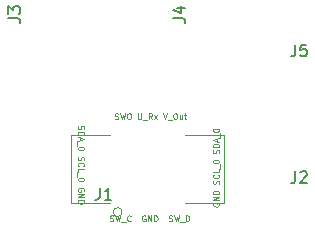
<source format=gbr>
%TF.GenerationSoftware,KiCad,Pcbnew,6.0.8-f2edbf62ab~116~ubuntu22.04.1*%
%TF.CreationDate,2022-10-04T18:23:03-04:00*%
%TF.ProjectId,PicoDebugInterface,5069636f-4465-4627-9567-496e74657266,rev?*%
%TF.SameCoordinates,Original*%
%TF.FileFunction,Legend,Top*%
%TF.FilePolarity,Positive*%
%FSLAX46Y46*%
G04 Gerber Fmt 4.6, Leading zero omitted, Abs format (unit mm)*
G04 Created by KiCad (PCBNEW 6.0.8-f2edbf62ab~116~ubuntu22.04.1) date 2022-10-04 18:23:03*
%MOMM*%
%LPD*%
G01*
G04 APERTURE LIST*
%ADD10C,0.125000*%
%ADD11C,0.150000*%
%ADD12C,0.120000*%
G04 APERTURE END LIST*
D10*
X125471657Y-66394780D02*
X125543085Y-66418590D01*
X125662133Y-66418590D01*
X125709752Y-66394780D01*
X125733561Y-66370971D01*
X125757371Y-66323352D01*
X125757371Y-66275733D01*
X125733561Y-66228114D01*
X125709752Y-66204304D01*
X125662133Y-66180495D01*
X125566895Y-66156685D01*
X125519276Y-66132876D01*
X125495466Y-66109066D01*
X125471657Y-66061447D01*
X125471657Y-66013828D01*
X125495466Y-65966209D01*
X125519276Y-65942400D01*
X125566895Y-65918590D01*
X125685942Y-65918590D01*
X125757371Y-65942400D01*
X125924038Y-65918590D02*
X126043085Y-66418590D01*
X126138323Y-66061447D01*
X126233561Y-66418590D01*
X126352609Y-65918590D01*
X126424038Y-66466209D02*
X126804990Y-66466209D01*
X127209752Y-66370971D02*
X127185942Y-66394780D01*
X127114514Y-66418590D01*
X127066895Y-66418590D01*
X126995466Y-66394780D01*
X126947847Y-66347161D01*
X126924038Y-66299542D01*
X126900228Y-66204304D01*
X126900228Y-66132876D01*
X126924038Y-66037638D01*
X126947847Y-65990019D01*
X126995466Y-65942400D01*
X127066895Y-65918590D01*
X127114514Y-65918590D01*
X127185942Y-65942400D01*
X127209752Y-65966209D01*
X128447847Y-65942400D02*
X128400228Y-65918590D01*
X128328800Y-65918590D01*
X128257371Y-65942400D01*
X128209752Y-65990019D01*
X128185942Y-66037638D01*
X128162133Y-66132876D01*
X128162133Y-66204304D01*
X128185942Y-66299542D01*
X128209752Y-66347161D01*
X128257371Y-66394780D01*
X128328800Y-66418590D01*
X128376419Y-66418590D01*
X128447847Y-66394780D01*
X128471657Y-66370971D01*
X128471657Y-66204304D01*
X128376419Y-66204304D01*
X128685942Y-66418590D02*
X128685942Y-65918590D01*
X128971657Y-66418590D01*
X128971657Y-65918590D01*
X129209752Y-66418590D02*
X129209752Y-65918590D01*
X129328800Y-65918590D01*
X129400228Y-65942400D01*
X129447847Y-65990019D01*
X129471657Y-66037638D01*
X129495466Y-66132876D01*
X129495466Y-66204304D01*
X129471657Y-66299542D01*
X129447847Y-66347161D01*
X129400228Y-66394780D01*
X129328800Y-66418590D01*
X129209752Y-66418590D01*
X130447847Y-66394780D02*
X130519276Y-66418590D01*
X130638323Y-66418590D01*
X130685942Y-66394780D01*
X130709752Y-66370971D01*
X130733561Y-66323352D01*
X130733561Y-66275733D01*
X130709752Y-66228114D01*
X130685942Y-66204304D01*
X130638323Y-66180495D01*
X130543085Y-66156685D01*
X130495466Y-66132876D01*
X130471657Y-66109066D01*
X130447847Y-66061447D01*
X130447847Y-66013828D01*
X130471657Y-65966209D01*
X130495466Y-65942400D01*
X130543085Y-65918590D01*
X130662133Y-65918590D01*
X130733561Y-65942400D01*
X130900228Y-65918590D02*
X131019276Y-66418590D01*
X131114514Y-66061447D01*
X131209752Y-66418590D01*
X131328800Y-65918590D01*
X131400228Y-66466209D02*
X131781180Y-66466209D01*
X131900228Y-66418590D02*
X131900228Y-65918590D01*
X132019276Y-65918590D01*
X132090704Y-65942400D01*
X132138323Y-65990019D01*
X132162133Y-66037638D01*
X132185942Y-66132876D01*
X132185942Y-66204304D01*
X132162133Y-66299542D01*
X132138323Y-66347161D01*
X132090704Y-66394780D01*
X132019276Y-66418590D01*
X131900228Y-66418590D01*
X125867695Y-57758780D02*
X125939123Y-57782590D01*
X126058171Y-57782590D01*
X126105790Y-57758780D01*
X126129600Y-57734971D01*
X126153409Y-57687352D01*
X126153409Y-57639733D01*
X126129600Y-57592114D01*
X126105790Y-57568304D01*
X126058171Y-57544495D01*
X125962933Y-57520685D01*
X125915314Y-57496876D01*
X125891504Y-57473066D01*
X125867695Y-57425447D01*
X125867695Y-57377828D01*
X125891504Y-57330209D01*
X125915314Y-57306400D01*
X125962933Y-57282590D01*
X126081980Y-57282590D01*
X126153409Y-57306400D01*
X126320076Y-57282590D02*
X126439123Y-57782590D01*
X126534361Y-57425447D01*
X126629600Y-57782590D01*
X126748647Y-57282590D01*
X127034361Y-57282590D02*
X127129600Y-57282590D01*
X127177219Y-57306400D01*
X127224838Y-57354019D01*
X127248647Y-57449257D01*
X127248647Y-57615923D01*
X127224838Y-57711161D01*
X127177219Y-57758780D01*
X127129600Y-57782590D01*
X127034361Y-57782590D01*
X126986742Y-57758780D01*
X126939123Y-57711161D01*
X126915314Y-57615923D01*
X126915314Y-57449257D01*
X126939123Y-57354019D01*
X126986742Y-57306400D01*
X127034361Y-57282590D01*
X127843885Y-57282590D02*
X127843885Y-57687352D01*
X127867695Y-57734971D01*
X127891504Y-57758780D01*
X127939123Y-57782590D01*
X128034361Y-57782590D01*
X128081980Y-57758780D01*
X128105790Y-57734971D01*
X128129600Y-57687352D01*
X128129600Y-57282590D01*
X128248647Y-57830209D02*
X128629600Y-57830209D01*
X129034361Y-57782590D02*
X128867695Y-57544495D01*
X128748647Y-57782590D02*
X128748647Y-57282590D01*
X128939123Y-57282590D01*
X128986742Y-57306400D01*
X129010552Y-57330209D01*
X129034361Y-57377828D01*
X129034361Y-57449257D01*
X129010552Y-57496876D01*
X128986742Y-57520685D01*
X128939123Y-57544495D01*
X128748647Y-57544495D01*
X129201028Y-57782590D02*
X129462933Y-57449257D01*
X129201028Y-57449257D02*
X129462933Y-57782590D01*
X129962933Y-57282590D02*
X130129600Y-57782590D01*
X130296266Y-57282590D01*
X130343885Y-57830209D02*
X130724838Y-57830209D01*
X130939123Y-57282590D02*
X131034361Y-57282590D01*
X131081980Y-57306400D01*
X131129600Y-57354019D01*
X131153409Y-57449257D01*
X131153409Y-57615923D01*
X131129600Y-57711161D01*
X131081980Y-57758780D01*
X131034361Y-57782590D01*
X130939123Y-57782590D01*
X130891504Y-57758780D01*
X130843885Y-57711161D01*
X130820076Y-57615923D01*
X130820076Y-57449257D01*
X130843885Y-57354019D01*
X130891504Y-57306400D01*
X130939123Y-57282590D01*
X131581980Y-57449257D02*
X131581980Y-57782590D01*
X131367695Y-57449257D02*
X131367695Y-57711161D01*
X131391504Y-57758780D01*
X131439123Y-57782590D01*
X131510552Y-57782590D01*
X131558171Y-57758780D01*
X131581980Y-57734971D01*
X131748647Y-57449257D02*
X131939123Y-57449257D01*
X131820076Y-57282590D02*
X131820076Y-57711161D01*
X131843885Y-57758780D01*
X131891504Y-57782590D01*
X131939123Y-57782590D01*
X134221500Y-64886304D02*
X134197690Y-64933923D01*
X134197690Y-65005352D01*
X134221500Y-65076780D01*
X134269119Y-65124400D01*
X134316738Y-65148209D01*
X134411976Y-65172019D01*
X134483404Y-65172019D01*
X134578642Y-65148209D01*
X134626261Y-65124400D01*
X134673880Y-65076780D01*
X134697690Y-65005352D01*
X134697690Y-64957733D01*
X134673880Y-64886304D01*
X134650071Y-64862495D01*
X134483404Y-64862495D01*
X134483404Y-64957733D01*
X134697690Y-64648209D02*
X134197690Y-64648209D01*
X134697690Y-64362495D01*
X134197690Y-64362495D01*
X134697690Y-64124400D02*
X134197690Y-64124400D01*
X134197690Y-64005352D01*
X134221500Y-63933923D01*
X134269119Y-63886304D01*
X134316738Y-63862495D01*
X134411976Y-63838685D01*
X134483404Y-63838685D01*
X134578642Y-63862495D01*
X134626261Y-63886304D01*
X134673880Y-63933923D01*
X134697690Y-64005352D01*
X134697690Y-64124400D01*
X134673880Y-63267257D02*
X134697690Y-63195828D01*
X134697690Y-63076780D01*
X134673880Y-63029161D01*
X134650071Y-63005352D01*
X134602452Y-62981542D01*
X134554833Y-62981542D01*
X134507214Y-63005352D01*
X134483404Y-63029161D01*
X134459595Y-63076780D01*
X134435785Y-63172019D01*
X134411976Y-63219638D01*
X134388166Y-63243447D01*
X134340547Y-63267257D01*
X134292928Y-63267257D01*
X134245309Y-63243447D01*
X134221500Y-63219638D01*
X134197690Y-63172019D01*
X134197690Y-63052971D01*
X134221500Y-62981542D01*
X134650071Y-62481542D02*
X134673880Y-62505352D01*
X134697690Y-62576780D01*
X134697690Y-62624400D01*
X134673880Y-62695828D01*
X134626261Y-62743447D01*
X134578642Y-62767257D01*
X134483404Y-62791066D01*
X134411976Y-62791066D01*
X134316738Y-62767257D01*
X134269119Y-62743447D01*
X134221500Y-62695828D01*
X134197690Y-62624400D01*
X134197690Y-62576780D01*
X134221500Y-62505352D01*
X134245309Y-62481542D01*
X134697690Y-62029161D02*
X134697690Y-62267257D01*
X134197690Y-62267257D01*
X134745309Y-61981542D02*
X134745309Y-61600590D01*
X134197690Y-61386304D02*
X134197690Y-61338685D01*
X134221500Y-61291066D01*
X134245309Y-61267257D01*
X134292928Y-61243447D01*
X134388166Y-61219638D01*
X134507214Y-61219638D01*
X134602452Y-61243447D01*
X134650071Y-61267257D01*
X134673880Y-61291066D01*
X134697690Y-61338685D01*
X134697690Y-61386304D01*
X134673880Y-61433923D01*
X134650071Y-61457733D01*
X134602452Y-61481542D01*
X134507214Y-61505352D01*
X134388166Y-61505352D01*
X134292928Y-61481542D01*
X134245309Y-61457733D01*
X134221500Y-61433923D01*
X134197690Y-61386304D01*
X134673880Y-60648209D02*
X134697690Y-60576780D01*
X134697690Y-60457733D01*
X134673880Y-60410114D01*
X134650071Y-60386304D01*
X134602452Y-60362495D01*
X134554833Y-60362495D01*
X134507214Y-60386304D01*
X134483404Y-60410114D01*
X134459595Y-60457733D01*
X134435785Y-60552971D01*
X134411976Y-60600590D01*
X134388166Y-60624400D01*
X134340547Y-60648209D01*
X134292928Y-60648209D01*
X134245309Y-60624400D01*
X134221500Y-60600590D01*
X134197690Y-60552971D01*
X134197690Y-60433923D01*
X134221500Y-60362495D01*
X134697690Y-60148209D02*
X134197690Y-60148209D01*
X134197690Y-60029161D01*
X134221500Y-59957733D01*
X134269119Y-59910114D01*
X134316738Y-59886304D01*
X134411976Y-59862495D01*
X134483404Y-59862495D01*
X134578642Y-59886304D01*
X134626261Y-59910114D01*
X134673880Y-59957733D01*
X134697690Y-60029161D01*
X134697690Y-60148209D01*
X134554833Y-59672019D02*
X134554833Y-59433923D01*
X134697690Y-59719638D02*
X134197690Y-59552971D01*
X134697690Y-59386304D01*
X134745309Y-59338685D02*
X134745309Y-58957733D01*
X134197690Y-58743447D02*
X134197690Y-58695828D01*
X134221500Y-58648209D01*
X134245309Y-58624400D01*
X134292928Y-58600590D01*
X134388166Y-58576780D01*
X134507214Y-58576780D01*
X134602452Y-58600590D01*
X134650071Y-58624400D01*
X134673880Y-58648209D01*
X134697690Y-58695828D01*
X134697690Y-58743447D01*
X134673880Y-58791066D01*
X134650071Y-58814876D01*
X134602452Y-58838685D01*
X134507214Y-58862495D01*
X134388166Y-58862495D01*
X134292928Y-58838685D01*
X134245309Y-58814876D01*
X134221500Y-58791066D01*
X134197690Y-58743447D01*
X122780519Y-58335504D02*
X122756709Y-58406933D01*
X122756709Y-58525980D01*
X122780519Y-58573600D01*
X122804328Y-58597409D01*
X122851947Y-58621219D01*
X122899566Y-58621219D01*
X122947185Y-58597409D01*
X122970995Y-58573600D01*
X122994804Y-58525980D01*
X123018614Y-58430742D01*
X123042423Y-58383123D01*
X123066233Y-58359314D01*
X123113852Y-58335504D01*
X123161471Y-58335504D01*
X123209090Y-58359314D01*
X123232900Y-58383123D01*
X123256709Y-58430742D01*
X123256709Y-58549790D01*
X123232900Y-58621219D01*
X122756709Y-58835504D02*
X123256709Y-58835504D01*
X123256709Y-58954552D01*
X123232900Y-59025980D01*
X123185280Y-59073600D01*
X123137661Y-59097409D01*
X123042423Y-59121219D01*
X122970995Y-59121219D01*
X122875757Y-59097409D01*
X122828138Y-59073600D01*
X122780519Y-59025980D01*
X122756709Y-58954552D01*
X122756709Y-58835504D01*
X122899566Y-59311695D02*
X122899566Y-59549790D01*
X122756709Y-59264076D02*
X123256709Y-59430742D01*
X122756709Y-59597409D01*
X122709090Y-59645028D02*
X122709090Y-60025980D01*
X123256709Y-60240266D02*
X123256709Y-60287885D01*
X123232900Y-60335504D01*
X123209090Y-60359314D01*
X123161471Y-60383123D01*
X123066233Y-60406933D01*
X122947185Y-60406933D01*
X122851947Y-60383123D01*
X122804328Y-60359314D01*
X122780519Y-60335504D01*
X122756709Y-60287885D01*
X122756709Y-60240266D01*
X122780519Y-60192647D01*
X122804328Y-60168838D01*
X122851947Y-60145028D01*
X122947185Y-60121219D01*
X123066233Y-60121219D01*
X123161471Y-60145028D01*
X123209090Y-60168838D01*
X123232900Y-60192647D01*
X123256709Y-60240266D01*
X122780519Y-60978361D02*
X122756709Y-61049790D01*
X122756709Y-61168838D01*
X122780519Y-61216457D01*
X122804328Y-61240266D01*
X122851947Y-61264076D01*
X122899566Y-61264076D01*
X122947185Y-61240266D01*
X122970995Y-61216457D01*
X122994804Y-61168838D01*
X123018614Y-61073600D01*
X123042423Y-61025980D01*
X123066233Y-61002171D01*
X123113852Y-60978361D01*
X123161471Y-60978361D01*
X123209090Y-61002171D01*
X123232900Y-61025980D01*
X123256709Y-61073600D01*
X123256709Y-61192647D01*
X123232900Y-61264076D01*
X122804328Y-61764076D02*
X122780519Y-61740266D01*
X122756709Y-61668838D01*
X122756709Y-61621219D01*
X122780519Y-61549790D01*
X122828138Y-61502171D01*
X122875757Y-61478361D01*
X122970995Y-61454552D01*
X123042423Y-61454552D01*
X123137661Y-61478361D01*
X123185280Y-61502171D01*
X123232900Y-61549790D01*
X123256709Y-61621219D01*
X123256709Y-61668838D01*
X123232900Y-61740266D01*
X123209090Y-61764076D01*
X122756709Y-62216457D02*
X122756709Y-61978361D01*
X123256709Y-61978361D01*
X122709090Y-62264076D02*
X122709090Y-62645028D01*
X123256709Y-62859314D02*
X123256709Y-62906933D01*
X123232900Y-62954552D01*
X123209090Y-62978361D01*
X123161471Y-63002171D01*
X123066233Y-63025980D01*
X122947185Y-63025980D01*
X122851947Y-63002171D01*
X122804328Y-62978361D01*
X122780519Y-62954552D01*
X122756709Y-62906933D01*
X122756709Y-62859314D01*
X122780519Y-62811695D01*
X122804328Y-62787885D01*
X122851947Y-62764076D01*
X122947185Y-62740266D01*
X123066233Y-62740266D01*
X123161471Y-62764076D01*
X123209090Y-62787885D01*
X123232900Y-62811695D01*
X123256709Y-62859314D01*
X123232900Y-63883123D02*
X123256709Y-63835504D01*
X123256709Y-63764076D01*
X123232900Y-63692647D01*
X123185280Y-63645028D01*
X123137661Y-63621219D01*
X123042423Y-63597409D01*
X122970995Y-63597409D01*
X122875757Y-63621219D01*
X122828138Y-63645028D01*
X122780519Y-63692647D01*
X122756709Y-63764076D01*
X122756709Y-63811695D01*
X122780519Y-63883123D01*
X122804328Y-63906933D01*
X122970995Y-63906933D01*
X122970995Y-63811695D01*
X122756709Y-64121219D02*
X123256709Y-64121219D01*
X122756709Y-64406933D01*
X123256709Y-64406933D01*
X122756709Y-64645028D02*
X123256709Y-64645028D01*
X123256709Y-64764076D01*
X123232900Y-64835504D01*
X123185280Y-64883123D01*
X123137661Y-64906933D01*
X123042423Y-64930742D01*
X122970995Y-64930742D01*
X122875757Y-64906933D01*
X122828138Y-64883123D01*
X122780519Y-64835504D01*
X122756709Y-64764076D01*
X122756709Y-64645028D01*
D11*
%TO.C,J2*%
X141144666Y-62190380D02*
X141144666Y-62904666D01*
X141097047Y-63047523D01*
X141001809Y-63142761D01*
X140858952Y-63190380D01*
X140763714Y-63190380D01*
X141573238Y-62285619D02*
X141620857Y-62238000D01*
X141716095Y-62190380D01*
X141954190Y-62190380D01*
X142049428Y-62238000D01*
X142097047Y-62285619D01*
X142144666Y-62380857D01*
X142144666Y-62476095D01*
X142097047Y-62618952D01*
X141525619Y-63190380D01*
X142144666Y-63190380D01*
%TO.C,J4*%
X130833880Y-49228333D02*
X131548166Y-49228333D01*
X131691023Y-49275952D01*
X131786261Y-49371190D01*
X131833880Y-49514047D01*
X131833880Y-49609285D01*
X131167214Y-48323571D02*
X131833880Y-48323571D01*
X130786261Y-48561666D02*
X131500547Y-48799761D01*
X131500547Y-48180714D01*
%TO.C,J1*%
X124583866Y-63612780D02*
X124583866Y-64327066D01*
X124536247Y-64469923D01*
X124441009Y-64565161D01*
X124298152Y-64612780D01*
X124202914Y-64612780D01*
X125583866Y-64612780D02*
X125012438Y-64612780D01*
X125298152Y-64612780D02*
X125298152Y-63612780D01*
X125202914Y-63755638D01*
X125107676Y-63850876D01*
X125012438Y-63898495D01*
%TO.C,J5*%
X141144666Y-51458880D02*
X141144666Y-52173166D01*
X141097047Y-52316023D01*
X141001809Y-52411261D01*
X140858952Y-52458880D01*
X140763714Y-52458880D01*
X142097047Y-51458880D02*
X141620857Y-51458880D01*
X141573238Y-51935071D01*
X141620857Y-51887452D01*
X141716095Y-51839833D01*
X141954190Y-51839833D01*
X142049428Y-51887452D01*
X142097047Y-51935071D01*
X142144666Y-52030309D01*
X142144666Y-52268404D01*
X142097047Y-52363642D01*
X142049428Y-52411261D01*
X141954190Y-52458880D01*
X141716095Y-52458880D01*
X141620857Y-52411261D01*
X141573238Y-52363642D01*
%TO.C,J3*%
X116861880Y-49228333D02*
X117576166Y-49228333D01*
X117719023Y-49275952D01*
X117814261Y-49371190D01*
X117861880Y-49514047D01*
X117861880Y-49609285D01*
X116861880Y-48847380D02*
X116861880Y-48228333D01*
X117242833Y-48561666D01*
X117242833Y-48418809D01*
X117290452Y-48323571D01*
X117338071Y-48275952D01*
X117433309Y-48228333D01*
X117671404Y-48228333D01*
X117766642Y-48275952D01*
X117814261Y-48323571D01*
X117861880Y-48418809D01*
X117861880Y-48704523D01*
X117814261Y-48799761D01*
X117766642Y-48847380D01*
D12*
%TO.C,J1*%
X135128000Y-59080100D02*
X131853940Y-59080100D01*
X135128000Y-64845900D02*
X135128000Y-59080100D01*
X125448060Y-59080100D02*
X122174000Y-59080100D01*
X122174000Y-64845900D02*
X125448060Y-64845900D01*
X131853940Y-64845900D02*
X135128000Y-64845900D01*
X122174000Y-59080100D02*
X122174000Y-64845900D01*
X126492000Y-65646000D02*
G75*
G03*
X126492000Y-65646000I-381000J0D01*
G01*
%TD*%
M02*

</source>
